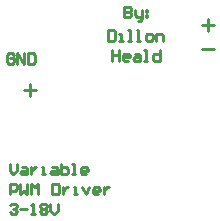
<source format=gbo>
G04 Layer_Color=32896*
%FSLAX44Y44*%
%MOMM*%
G71*
G01*
G75*
%ADD24C,0.2540*%
D24*
X104526Y208321D02*
Y199324D01*
X109025D01*
X110525Y200824D01*
Y202323D01*
X109025Y203823D01*
X104526D01*
X109025D01*
X110525Y205322D01*
Y206822D01*
X109025Y208321D01*
X104526D01*
X113524Y205322D02*
Y200824D01*
X115023Y199324D01*
X119522D01*
Y197824D01*
X118022Y196325D01*
X116523D01*
X119522Y199324D02*
Y205322D01*
X122521D02*
X124020D01*
Y203823D01*
X122521D01*
Y205322D01*
Y200824D02*
X124020D01*
Y199324D01*
X122521D01*
Y200824D01*
X91031Y188430D02*
Y179433D01*
X95529D01*
X97029Y180932D01*
Y186930D01*
X95529Y188430D01*
X91031D01*
X100028Y179433D02*
X103027D01*
X101527D01*
Y185431D01*
X100028D01*
X107525Y179433D02*
X110525D01*
X109025D01*
Y188430D01*
X107525D01*
X115023Y179433D02*
X118022D01*
X116523D01*
Y188430D01*
X115023D01*
X124020Y179433D02*
X127019D01*
X128519Y180932D01*
Y183931D01*
X127019Y185431D01*
X124020D01*
X122521Y183931D01*
Y180932D01*
X124020Y179433D01*
X131518D02*
Y185431D01*
X136016D01*
X137516Y183931D01*
Y179433D01*
X94030Y171537D02*
Y162540D01*
Y167039D01*
X100028D01*
Y171537D01*
Y162540D01*
X107525D02*
X104526D01*
X103027Y164039D01*
Y167039D01*
X104526Y168538D01*
X107525D01*
X109025Y167039D01*
Y165539D01*
X103027D01*
X113524Y168538D02*
X116523D01*
X118022Y167039D01*
Y162540D01*
X113524D01*
X112024Y164039D01*
X113524Y165539D01*
X118022D01*
X121021Y162540D02*
X124020D01*
X122521D01*
Y171537D01*
X121021D01*
X134517D02*
Y162540D01*
X130018D01*
X128519Y164039D01*
Y167039D01*
X130018Y168538D01*
X134517D01*
X7540Y75322D02*
Y69324D01*
X10539Y66325D01*
X13538Y69324D01*
Y75322D01*
X18037Y72323D02*
X21036D01*
X22535Y70823D01*
Y66325D01*
X18037D01*
X16537Y67825D01*
X18037Y69324D01*
X22535D01*
X25534Y72323D02*
Y66325D01*
Y69324D01*
X27034Y70823D01*
X28533Y72323D01*
X30033D01*
X34531Y66325D02*
X37530D01*
X36031D01*
Y72323D01*
X34531D01*
X43528D02*
X46527D01*
X48027Y70823D01*
Y66325D01*
X43528D01*
X42029Y67825D01*
X43528Y69324D01*
X48027D01*
X51026Y75322D02*
Y66325D01*
X55525D01*
X57024Y67825D01*
Y69324D01*
Y70823D01*
X55525Y72323D01*
X51026D01*
X60023Y66325D02*
X63022D01*
X61522D01*
Y75322D01*
X60023D01*
X72019Y66325D02*
X69020D01*
X67521Y67825D01*
Y70823D01*
X69020Y72323D01*
X72019D01*
X73519Y70823D01*
Y69324D01*
X67521D01*
X7540Y49433D02*
Y58430D01*
X12039D01*
X13538Y56930D01*
Y53931D01*
X12039Y52432D01*
X7540D01*
X16537Y58430D02*
Y49433D01*
X19536Y52432D01*
X22535Y49433D01*
Y58430D01*
X25534Y49433D02*
Y58430D01*
X28533Y55430D01*
X31532Y58430D01*
Y49433D01*
X43528Y58430D02*
Y49433D01*
X48027D01*
X49526Y50932D01*
Y56930D01*
X48027Y58430D01*
X43528D01*
X52525Y55430D02*
Y49433D01*
Y52432D01*
X54025Y53931D01*
X55525Y55430D01*
X57024D01*
X61522Y49433D02*
X64521D01*
X63022D01*
Y55430D01*
X61522D01*
X69020D02*
X72019Y49433D01*
X75018Y55430D01*
X82516Y49433D02*
X79517D01*
X78017Y50932D01*
Y53931D01*
X79517Y55430D01*
X82516D01*
X84015Y53931D01*
Y52432D01*
X78017D01*
X87014Y55430D02*
Y49433D01*
Y52432D01*
X88514Y53931D01*
X90013Y55430D01*
X91513D01*
X7540Y40038D02*
X9039Y41537D01*
X12039D01*
X13538Y40038D01*
Y38538D01*
X12039Y37039D01*
X10539D01*
X12039D01*
X13538Y35539D01*
Y34039D01*
X12039Y32540D01*
X9039D01*
X7540Y34039D01*
X16537Y37039D02*
X22535D01*
X25534Y32540D02*
X28533D01*
X27034D01*
Y41537D01*
X25534Y40038D01*
X33032D02*
X34531Y41537D01*
X37530D01*
X39030Y40038D01*
Y38538D01*
X37530Y37039D01*
X39030Y35539D01*
Y34039D01*
X37530Y32540D01*
X34531D01*
X33032Y34039D01*
Y35539D01*
X34531Y37039D01*
X33032Y38538D01*
Y40038D01*
X34531Y37039D02*
X37530D01*
X42029Y41537D02*
Y35539D01*
X45028Y32540D01*
X48027Y35539D01*
Y41537D01*
X170000Y172617D02*
X180157D01*
X170000Y192617D02*
X180157D01*
X175078Y197696D02*
Y187539D01*
X20000Y137618D02*
X30157D01*
X25078Y142696D02*
Y132539D01*
X10998Y167498D02*
X9499Y168997D01*
X6500D01*
X5000Y167498D01*
Y161500D01*
X6500Y160000D01*
X9499D01*
X10998Y161500D01*
Y164499D01*
X7999D01*
X13997Y160000D02*
Y168997D01*
X19995Y160000D01*
Y168997D01*
X22994D02*
Y160000D01*
X27493D01*
X28992Y161500D01*
Y167498D01*
X27493Y168997D01*
X22994D01*
M02*

</source>
